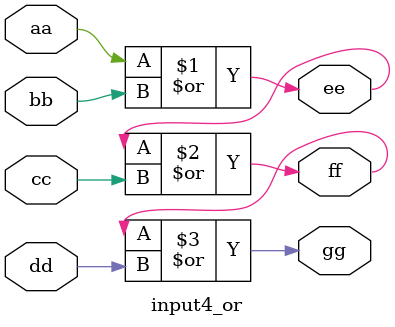
<source format=v>
`timescale 1ns / 1ps


module input4_or(
    input aa,
    input bb,
    input cc,
    input dd,
    
    output ee,
    output ff,
    output gg
    );
    
    assign ee = aa|bb;
    assign ff = ee|cc;
    assign gg = ff|dd;
    
endmodule

</source>
